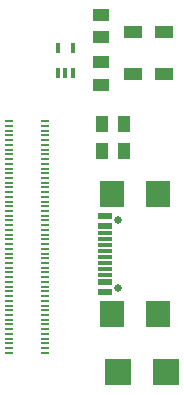
<source format=gts>
%TF.GenerationSoftware,KiCad,Pcbnew,(5.99.0-11661-g1332208ab1)*%
%TF.CreationDate,2021-08-26T20:26:43-05:00*%
%TF.ProjectId,rpi-cm4-carrier-template,7270692d-636d-4342-9d63-617272696572,v01*%
%TF.SameCoordinates,Original*%
%TF.FileFunction,Soldermask,Top*%
%TF.FilePolarity,Negative*%
%FSLAX46Y46*%
G04 Gerber Fmt 4.6, Leading zero omitted, Abs format (unit mm)*
G04 Created by KiCad (PCBNEW (5.99.0-11661-g1332208ab1)) date 2021-08-26 20:26:43*
%MOMM*%
%LPD*%
G01*
G04 APERTURE LIST*
%ADD10R,2.209800X2.260600*%
%ADD11R,0.355600X0.833300*%
%ADD12R,1.380000X1.040000*%
%ADD13R,1.498600X0.990600*%
%ADD14R,1.040000X1.380000*%
%ADD15R,1.150000X0.600000*%
%ADD16R,1.150000X0.300000*%
%ADD17C,0.650000*%
%ADD18R,2.000000X2.180000*%
%ADD19R,0.700000X0.200000*%
G04 APERTURE END LIST*
D10*
%TO.C,CR1*%
X171455300Y-111500000D03*
X175544700Y-111500000D03*
%TD*%
D11*
%TO.C,U1*%
X166350001Y-86138949D03*
X167000000Y-86138949D03*
X167649999Y-86138949D03*
X167649999Y-84061051D03*
X166350001Y-84061051D03*
%TD*%
D12*
%TO.C,R2*%
X170000000Y-85260000D03*
X170000000Y-87140000D03*
%TD*%
D13*
%TO.C,LED1*%
X175300000Y-86254700D03*
X172700000Y-86254700D03*
%TD*%
D12*
%TO.C,R4*%
X170000000Y-81260000D03*
X170000000Y-83140000D03*
%TD*%
D14*
%TO.C,R3*%
X171940000Y-92750000D03*
X170060000Y-92750000D03*
%TD*%
D15*
%TO.C,J1*%
X170362500Y-104700000D03*
X170362500Y-103900000D03*
D16*
X170362500Y-102750000D03*
X170362500Y-101750000D03*
X170362500Y-101250000D03*
X170362500Y-100250000D03*
D15*
X170362500Y-98300000D03*
X170362500Y-99100000D03*
D16*
X170362500Y-99750000D03*
X170362500Y-100750000D03*
X170362500Y-102250000D03*
X170362500Y-103250000D03*
D17*
X171437500Y-98610000D03*
X171437500Y-104390000D03*
D18*
X170937500Y-106610000D03*
X170937500Y-96390000D03*
X174867500Y-106610000D03*
X174867500Y-96390000D03*
%TD*%
D14*
%TO.C,R1*%
X171940000Y-90500000D03*
X170060000Y-90500000D03*
%TD*%
D13*
%TO.C,LED2*%
X175300000Y-82721500D03*
X172700000Y-82721500D03*
%TD*%
D19*
%TO.C,Module1*%
X165256655Y-109852982D03*
X162176655Y-109852982D03*
X165256655Y-109452982D03*
X162176655Y-109452982D03*
X165256655Y-109052982D03*
X162176655Y-109052982D03*
X165256655Y-108652982D03*
X162176655Y-108652982D03*
X165256655Y-108252982D03*
X162176655Y-108252982D03*
X165256655Y-107852982D03*
X162176655Y-107852982D03*
X165256655Y-107452982D03*
X162176655Y-107452982D03*
X165256655Y-107052982D03*
X162176655Y-107052982D03*
X165256655Y-106652982D03*
X162176655Y-106652982D03*
X165256655Y-106252982D03*
X162176655Y-106252982D03*
X165256655Y-105852982D03*
X162176655Y-105852982D03*
X165256655Y-105452982D03*
X162176655Y-105452982D03*
X165256655Y-105052982D03*
X162176655Y-105052982D03*
X165256655Y-104652982D03*
X162176655Y-104652982D03*
X165256655Y-104252982D03*
X162176655Y-104252982D03*
X165256655Y-103852982D03*
X162176655Y-103852982D03*
X165256655Y-103452982D03*
X162176655Y-103452982D03*
X165256655Y-103052982D03*
X162176655Y-103052982D03*
X165256655Y-102652982D03*
X162176655Y-102652982D03*
X165256655Y-102252982D03*
X162176655Y-102252982D03*
X165256655Y-101852982D03*
X162176655Y-101852982D03*
X165256655Y-101452982D03*
X162176655Y-101452982D03*
X165256655Y-101052982D03*
X162176655Y-101052982D03*
X165256655Y-100652982D03*
X162176655Y-100652982D03*
X165256655Y-100252982D03*
X162176655Y-100252982D03*
X165256655Y-99852982D03*
X162176655Y-99852982D03*
X165256655Y-99452982D03*
X162176655Y-99452982D03*
X165256655Y-99052982D03*
X162176655Y-99052982D03*
X165256655Y-98652982D03*
X162176655Y-98652982D03*
X165256655Y-98252982D03*
X162176655Y-98252982D03*
X165256655Y-97852982D03*
X162176655Y-97852982D03*
X165256655Y-97452982D03*
X162176655Y-97452982D03*
X165256655Y-97052982D03*
X162176655Y-97052982D03*
X165256655Y-96652982D03*
X162176655Y-96652982D03*
X165256655Y-96252982D03*
X162176655Y-96252982D03*
X165256655Y-95852982D03*
X162176655Y-95852982D03*
X165256655Y-95452982D03*
X162176655Y-95452982D03*
X165256655Y-95052982D03*
X162176655Y-95052982D03*
X165256655Y-94652982D03*
X162176655Y-94652982D03*
X165256655Y-94252982D03*
X162176655Y-94252982D03*
X165256655Y-93852982D03*
X162176655Y-93852982D03*
X165256655Y-93452982D03*
X162176655Y-93452982D03*
X165256655Y-93052982D03*
X162176655Y-93052982D03*
X165256655Y-92652982D03*
X162176655Y-92652982D03*
X165256655Y-92252982D03*
X162176655Y-92252982D03*
X165256655Y-91852982D03*
X162176655Y-91852982D03*
X165256655Y-91452982D03*
X162176655Y-91452982D03*
X165256655Y-91052982D03*
X162176655Y-91052982D03*
X165256655Y-90652982D03*
X162176655Y-90652982D03*
X165256655Y-90252982D03*
X162176655Y-90252982D03*
%TD*%
M02*

</source>
